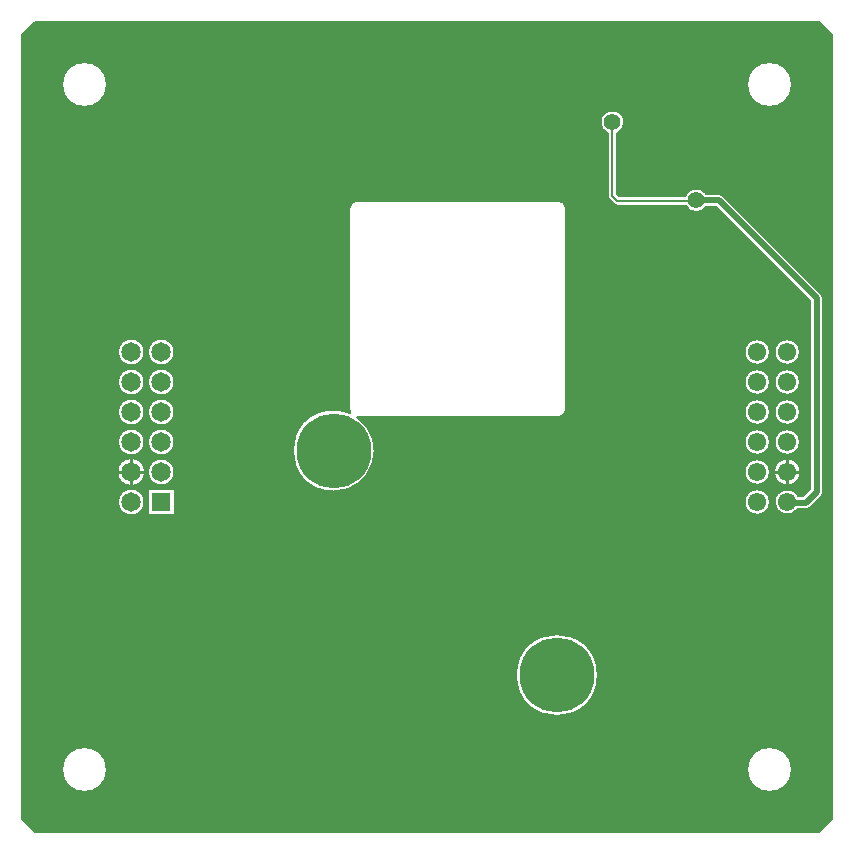
<source format=gbr>
G04 DesignSpark PCB PRO Gerber Version 10.0 Build 5299*
G04 #@! TF.Part,Single*
G04 #@! TF.FileFunction,Copper,L2,Bot*
G04 #@! TF.FilePolarity,Positive*
%FSLAX35Y35*%
%MOIN*%
G04 #@! TA.AperFunction,ComponentPad*
%ADD29R,0.06496X0.06496*%
G04 #@! TD.AperFunction*
%ADD19C,0.00787*%
%ADD21C,0.01000*%
%ADD23C,0.01969*%
G04 #@! TA.AperFunction,ViaPad*
%ADD24C,0.03543*%
%ADD137C,0.05600*%
G04 #@! TA.AperFunction,ComponentPad*
%ADD28C,0.06102*%
%ADD72C,0.06496*%
%ADD140C,0.24921*%
G04 #@! TD.AperFunction*
X0Y0D02*
D02*
D19*
X6974Y268984D02*
Y7394D01*
X11331Y3037D01*
X272921D01*
X277278Y7394D01*
Y268984D01*
X272921Y273341D01*
X11331D01*
X6974Y268984D01*
X20472Y24016D02*
G75*
G02*
X35433I7480J0D01*
G01*
G75*
G02*
X20472I-7480J0D01*
G01*
Y252362D02*
G75*
G02*
X35433I7480J0D01*
G01*
G75*
G02*
X20472I-7480J0D01*
G01*
X38902Y123189D02*
G75*
G02*
X48185I4642J0D01*
G01*
G75*
G02*
X38902I-4642J0D01*
G01*
X39114Y113189D02*
G75*
G02*
X47972I4429J0D01*
G01*
G75*
G02*
X39114I-4429J0D01*
G01*
Y133189D02*
G75*
G02*
X47972I4429J0D01*
G01*
G75*
G02*
X39114I-4429J0D01*
G01*
Y143189D02*
G75*
G02*
X47972I4429J0D01*
G01*
G75*
G02*
X39114I-4429J0D01*
G01*
Y153189D02*
G75*
G02*
X47972I4429J0D01*
G01*
G75*
G02*
X39114I-4429J0D01*
G01*
Y163189D02*
G75*
G02*
X47972I4429J0D01*
G01*
G75*
G02*
X39114I-4429J0D01*
G01*
X49114Y117618D02*
X57972D01*
Y108760D01*
X49114D01*
Y117618D01*
Y123189D02*
G75*
G02*
X57972I4429J0D01*
G01*
G75*
G02*
X49114I-4429J0D01*
G01*
Y133189D02*
G75*
G02*
X57972I4429J0D01*
G01*
G75*
G02*
X49114I-4429J0D01*
G01*
Y143189D02*
G75*
G02*
X57972I4429J0D01*
G01*
G75*
G02*
X49114I-4429J0D01*
G01*
Y153189D02*
G75*
G02*
X57972I4429J0D01*
G01*
G75*
G02*
X49114I-4429J0D01*
G01*
Y163189D02*
G75*
G02*
X57972I4429J0D01*
G01*
G75*
G02*
X49114I-4429J0D01*
G01*
X185827Y213667D02*
G75*
G02*
X188470Y211024I0J-2644D01*
G01*
Y144094D01*
G75*
G02*
X185827Y141451I-2644J0D01*
G01*
X118903D01*
G75*
G02*
X111024Y116673I-7880J-11136D01*
G01*
G75*
G02*
Y143957I0J13642D01*
G01*
G75*
G02*
X116617Y142757I0J-13643D01*
G01*
G75*
G02*
X116254Y144094I2281J1338D01*
G01*
Y211024D01*
G75*
G02*
X118898Y213667I2644J0D01*
G01*
X185827D01*
X171791Y55512D02*
G75*
G02*
X199075I13642J0D01*
G01*
G75*
G02*
X171791I-13642J0D01*
G01*
X273578Y182633D02*
G75*
G02*
X274213Y181102I-1531J-1531D01*
G01*
Y116535D01*
G75*
G02*
X273578Y115004I-2165J0D01*
G01*
X270035Y111461D01*
G75*
G02*
X268502Y110827I-1531J1531D01*
G01*
X265717D01*
G75*
G02*
X257972Y113189I-3512J2362D01*
G01*
G75*
G02*
X265951Y115157I4232J0D01*
G01*
X267607D01*
X269882Y117432D01*
Y180206D01*
X238473Y211614D01*
X235230D01*
G75*
G02*
X228324Y212008I-3341J2165D01*
G01*
X205514D01*
G75*
G02*
X204398Y212469I-2J1575D01*
G01*
X202824Y214044D01*
G75*
G02*
X202362Y215157I1113J1114D01*
G01*
Y236107D01*
G75*
G02*
X199956Y239764I1575J3656D01*
G01*
G75*
G02*
X207918I3981J0D01*
G01*
G75*
G02*
X205512Y236107I-3981J0D01*
G01*
Y215810D01*
X206164Y215157D01*
X228155D01*
G75*
G02*
X235230Y215945I3735J-1378D01*
G01*
X239368D01*
G75*
G02*
X240901Y215311I2J-2165D01*
G01*
X273578Y182633D01*
X247972Y113189D02*
G75*
G02*
X256437I4232J0D01*
G01*
G75*
G02*
X247972I-4232J0D01*
G01*
X248819Y24016D02*
G75*
G02*
X263780I7480J0D01*
G01*
G75*
G02*
X248819I-7480J0D01*
G01*
X247972Y123189D02*
G75*
G02*
X256437I4232J0D01*
G01*
G75*
G02*
X247972I-4232J0D01*
G01*
Y133189D02*
G75*
G02*
X256437I4232J0D01*
G01*
G75*
G02*
X247972I-4232J0D01*
G01*
Y143189D02*
G75*
G02*
X256437I4232J0D01*
G01*
G75*
G02*
X247972I-4232J0D01*
G01*
Y153189D02*
G75*
G02*
X256437I4232J0D01*
G01*
G75*
G02*
X247972I-4232J0D01*
G01*
Y163189D02*
G75*
G02*
X256437I4232J0D01*
G01*
G75*
G02*
X247972I-4232J0D01*
G01*
X257760Y123189D02*
G75*
G02*
X266650I4445J0D01*
G01*
G75*
G02*
X257760I-4445J0D01*
G01*
X257972Y133189D02*
G75*
G02*
X266437I4232J0D01*
G01*
G75*
G02*
X257972I-4232J0D01*
G01*
Y143189D02*
G75*
G02*
X266437I4232J0D01*
G01*
G75*
G02*
X257972I-4232J0D01*
G01*
Y153189D02*
G75*
G02*
X266437I4232J0D01*
G01*
G75*
G02*
X257972I-4232J0D01*
G01*
Y163189D02*
G75*
G02*
X266437I4232J0D01*
G01*
G75*
G02*
X257972I-4232J0D01*
G01*
X248819Y252362D02*
G75*
G02*
X263780I7480J0D01*
G01*
G75*
G02*
X248819I-7480J0D01*
G01*
X7368Y24016D02*
G36*
X7368Y24016D02*
Y7000D01*
X10937Y3431D01*
X273315D01*
X276884Y7000D01*
Y24016D01*
X263780D01*
G75*
G02*
X248819I-7480J0D01*
G01*
X35433D01*
G75*
G02*
X20472I-7480J0D01*
G01*
X7368D01*
G37*
Y55512D02*
G36*
X7368Y55512D02*
Y24016D01*
X20472D01*
G75*
G02*
X35433I7480J0D01*
G01*
X248819D01*
G75*
G02*
X263780I7480J0D01*
G01*
X276884D01*
Y55512D01*
X199075D01*
G75*
G02*
X171791I-13642J0D01*
G01*
X7368D01*
G37*
Y113189D02*
G36*
X7368Y113189D02*
Y55512D01*
X171791D01*
G75*
G02*
X199075I13642J0D01*
G01*
X276884D01*
Y113189D01*
X271763D01*
X270035Y111461D01*
G75*
G02*
X268502Y110827I-1532J1533D01*
G01*
X265717D01*
G75*
G02*
X257972Y113189I-3512J2363D01*
G01*
X256437D01*
G75*
G02*
X247972I-4232J0D01*
G01*
X57972D01*
Y108760D01*
X49114D01*
Y113189D01*
X47972D01*
G75*
G02*
X39114I-4429J0D01*
G01*
X7368D01*
G37*
Y123189D02*
G36*
X7368Y123189D02*
Y113189D01*
X39114D01*
G75*
G02*
X47972I4429J0D01*
G01*
X49114D01*
Y117618D01*
X57972D01*
Y113189D01*
X247972D01*
G75*
G02*
X256437I4232J0D01*
G01*
X257972D01*
G75*
G02*
X265951Y115157I4232J0D01*
G01*
X267607D01*
X269882Y117432D01*
Y123189D01*
X266650D01*
G75*
G02*
X257760I-4445J0D01*
G01*
X256437D01*
G75*
G02*
X247972I-4232J0D01*
G01*
X122656D01*
G75*
G02*
X111024Y116673I-11633J7126D01*
G01*
G75*
G02*
X99391Y123189I0J13642D01*
G01*
X57972D01*
G75*
G02*
X49114I-4429J0D01*
G01*
X48185D01*
G75*
G02*
X38902I-4642J0D01*
G01*
X7368D01*
G37*
X273578Y115004D02*
G36*
X273578Y115004D02*
X271763Y113189D01*
X276884D01*
Y123189D01*
X274213D01*
Y116535D01*
G75*
G02*
X273578Y115004I-2166J0D01*
G01*
G37*
X7368Y133189D02*
G36*
X7368Y133189D02*
Y123189D01*
X38902D01*
G75*
G02*
X48185I4642J0D01*
G01*
X49114D01*
G75*
G02*
X57972I4429J0D01*
G01*
X99391D01*
G75*
G02*
X97382Y130315I11633J7126D01*
G01*
G75*
G02*
X97688Y133189I13642J0D01*
G01*
X57972D01*
G75*
G02*
X49114I-4429J0D01*
G01*
X47972D01*
G75*
G02*
X39114I-4429J0D01*
G01*
X7368D01*
G37*
X124665Y130315D02*
G36*
X124665Y130315D02*
G75*
G02*
X122656Y123189I-13642J0D01*
G01*
X247972D01*
G75*
G02*
X256437I4232J0D01*
G01*
X257760D01*
G75*
G02*
X266650I4445J0D01*
G01*
X269882D01*
Y133189D01*
X266437D01*
G75*
G02*
X257972I-4232J0D01*
G01*
X256437D01*
G75*
G02*
X247972I-4232J0D01*
G01*
X124359D01*
G75*
G02*
X124665Y130315I-13335J-2874D01*
G01*
G37*
X274213Y133189D02*
G36*
X274213Y133189D02*
Y123189D01*
X276884D01*
Y133189D01*
X274213D01*
G37*
X7368Y143189D02*
G36*
X7368Y143189D02*
Y133189D01*
X39114D01*
G75*
G02*
X47972I4429J0D01*
G01*
X49114D01*
G75*
G02*
X57972I4429J0D01*
G01*
X97688D01*
G75*
G02*
X106512Y143189I13335J-2874D01*
G01*
X57972D01*
G75*
G02*
X49114I-4429J0D01*
G01*
X47972D01*
G75*
G02*
X39114I-4429J0D01*
G01*
X7368D01*
G37*
X116414D02*
G36*
X116414Y143189D02*
X115536D01*
G75*
G02*
X116617Y142757I-4511J-12867D01*
G01*
G75*
G02*
X116414Y143189I2281J1339D01*
G01*
G37*
X118903Y141451D02*
G36*
X118903Y141451D02*
G75*
G02*
X124359Y133189I-7880J-11136D01*
G01*
X247972D01*
G75*
G02*
X256437I4232J0D01*
G01*
X257972D01*
G75*
G02*
X266437I4232J0D01*
G01*
X269882D01*
Y143189D01*
X266437D01*
G75*
G02*
X257972I-4232J0D01*
G01*
X256437D01*
G75*
G02*
X247972I-4232J0D01*
G01*
X188311D01*
G75*
G02*
X185827Y141451I-2484J906D01*
G01*
X118903D01*
G37*
X274213Y143189D02*
G36*
X274213Y143189D02*
Y133189D01*
X276884D01*
Y143189D01*
X274213D01*
G37*
X7368Y153189D02*
G36*
X7368Y153189D02*
Y143189D01*
X39114D01*
G75*
G02*
X47972I4429J0D01*
G01*
X49114D01*
G75*
G02*
X57972I4429J0D01*
G01*
X106512D01*
G75*
G02*
X111024Y143957I4512J-12874D01*
G01*
G75*
G02*
X115536Y143189I2J-13635D01*
G01*
X116414D01*
G75*
G02*
X116254Y144094I2485J906D01*
G01*
Y153189D01*
X57972D01*
G75*
G02*
X49114I-4429J0D01*
G01*
X47972D01*
G75*
G02*
X39114I-4429J0D01*
G01*
X7368D01*
G37*
X188470Y144094D02*
G36*
X188470Y144094D02*
G75*
G02*
X188311Y143189I-2644J0D01*
G01*
X247972D01*
G75*
G02*
X256437I4232J0D01*
G01*
X257972D01*
G75*
G02*
X266437I4232J0D01*
G01*
X269882D01*
Y153189D01*
X266437D01*
G75*
G02*
X257972I-4232J0D01*
G01*
X256437D01*
G75*
G02*
X247972I-4232J0D01*
G01*
X188470D01*
Y144094D01*
G37*
X274213Y153189D02*
G36*
X274213Y153189D02*
Y143189D01*
X276884D01*
Y153189D01*
X274213D01*
G37*
X7368Y163189D02*
G36*
X7368Y163189D02*
Y153189D01*
X39114D01*
G75*
G02*
X47972I4429J0D01*
G01*
X49114D01*
G75*
G02*
X57972I4429J0D01*
G01*
X116254D01*
Y163189D01*
X57972D01*
G75*
G02*
X49114I-4429J0D01*
G01*
X47972D01*
G75*
G02*
X39114I-4429J0D01*
G01*
X7368D01*
G37*
X188470D02*
G36*
X188470Y163189D02*
Y153189D01*
X247972D01*
G75*
G02*
X256437I4232J0D01*
G01*
X257972D01*
G75*
G02*
X266437I4232J0D01*
G01*
X269882D01*
Y163189D01*
X266437D01*
G75*
G02*
X257972I-4232J0D01*
G01*
X256437D01*
G75*
G02*
X247972I-4232J0D01*
G01*
X188470D01*
G37*
X274213D02*
G36*
X274213Y163189D02*
Y153189D01*
X276884D01*
Y163189D01*
X274213D01*
G37*
X7368Y252362D02*
G36*
X7368Y252362D02*
Y163189D01*
X39114D01*
G75*
G02*
X47972I4429J0D01*
G01*
X49114D01*
G75*
G02*
X57972I4429J0D01*
G01*
X116254D01*
Y211024D01*
G75*
G02*
X118898Y213667I2644J0D01*
G01*
X185827D01*
G75*
G02*
X188470Y211024I0J-2644D01*
G01*
Y163189D01*
X247972D01*
G75*
G02*
X256437I4232J0D01*
G01*
X257972D01*
G75*
G02*
X266437I4232J0D01*
G01*
X269882D01*
Y180206D01*
X238473Y211614D01*
X235230D01*
G75*
G02*
X228324Y212008I-3341J2165D01*
G01*
X205514D01*
G75*
G02*
X204398Y212469I-2J1576D01*
G01*
X202824Y214044D01*
G75*
G02*
X202362Y215157I1114J1114D01*
G01*
Y236107D01*
G75*
G02*
X199956Y239764I1574J3656D01*
G01*
G75*
G02*
X207918I3981J0D01*
G01*
G75*
G02*
X205512Y236107I-3981J0D01*
G01*
Y215810D01*
X206164Y215157D01*
X228155D01*
G75*
G02*
X235230Y215945I3735J-1378D01*
G01*
X239368D01*
G75*
G02*
X240901Y215311I2J-2167D01*
G01*
X273578Y182633D01*
G75*
G02*
X274213Y181102I-1532J-1531D01*
G01*
Y163189D01*
X276884D01*
Y252362D01*
X263780D01*
G75*
G02*
X248819I-7480J0D01*
G01*
X35433D01*
G75*
G02*
X20472I-7480J0D01*
G01*
X7368D01*
G37*
Y269378D02*
G36*
X7368Y269378D02*
Y252362D01*
X20472D01*
G75*
G02*
X35433I7480J0D01*
G01*
X248819D01*
G75*
G02*
X263780I7480J0D01*
G01*
X276884D01*
Y269378D01*
X273315Y272947D01*
X10937D01*
X7368Y269378D01*
G37*
X203937Y239764D02*
Y215157D01*
X205512Y213583D01*
X231693D01*
X231890Y213780D01*
D02*
D21*
X40795Y123189D02*
X38795D01*
X43543Y120441D02*
Y118441D01*
Y125937D02*
Y127937D01*
X46291Y123189D02*
X48291D01*
X259654D02*
X257654D01*
X262205Y120638D02*
Y118638D01*
Y125740D02*
Y127740D01*
X264756Y123189D02*
X266756D01*
D02*
D23*
X231890Y213780D02*
X239370D01*
X272047Y181102D01*
Y116535D01*
X268504Y112992D01*
X262402D01*
X262205Y113189D01*
D02*
D24*
X63386Y20079D03*
Y59449D03*
Y177559D03*
Y216929D03*
Y256299D03*
X102756Y20079D03*
Y59449D03*
Y98819D03*
Y177559D03*
Y216929D03*
Y256299D03*
X142126Y20079D03*
Y59449D03*
Y98819D03*
Y220866D03*
X181496Y20079D03*
Y98819D03*
Y220866D03*
Y256299D03*
X220866Y20079D03*
Y59449D03*
Y98819D03*
Y208661D03*
Y256299D03*
X222441Y188976D03*
D02*
D28*
X252205Y113189D03*
Y123189D03*
Y133189D03*
Y143189D03*
Y153189D03*
Y163189D03*
X262205Y113189D03*
Y123189D03*
Y133189D03*
Y143189D03*
Y153189D03*
Y163189D03*
D02*
D29*
X53543Y113189D03*
D02*
D72*
X43543D03*
Y123189D03*
Y133189D03*
Y143189D03*
Y153189D03*
Y163189D03*
X53543Y123189D03*
Y133189D03*
Y143189D03*
Y153189D03*
Y163189D03*
D02*
D137*
X203937Y239764D03*
X231890Y213780D03*
D02*
D140*
X111024Y130315D03*
X185433Y55512D03*
X0Y0D02*
M02*

</source>
